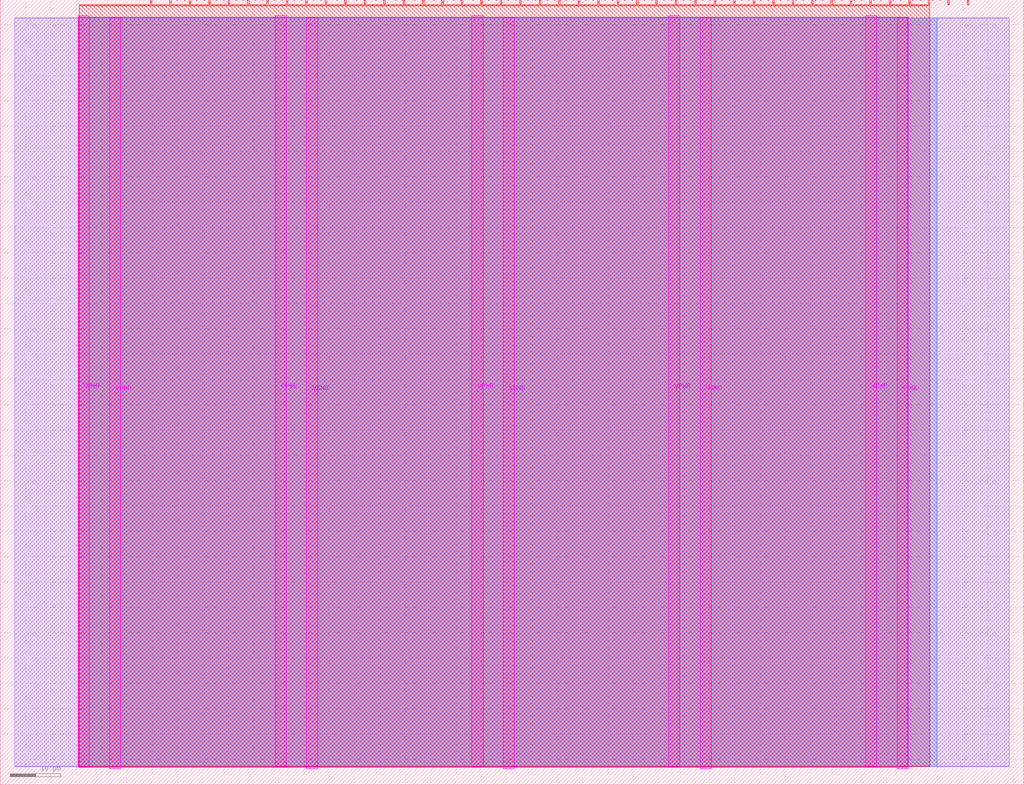
<source format=lef>
VERSION 5.7 ;
  NOWIREEXTENSIONATPIN ON ;
  DIVIDERCHAR "/" ;
  BUSBITCHARS "[]" ;
MACRO tt_um_wokwi_455291728585320449
  CLASS BLOCK ;
  FOREIGN tt_um_wokwi_455291728585320449 ;
  ORIGIN 0.000 0.000 ;
  SIZE 202.080 BY 154.980 ;
  PIN VGND
    DIRECTION INOUT ;
    USE GROUND ;
    PORT
      LAYER TopMetal1 ;
        RECT 21.580 3.150 23.780 151.420 ;
    END
    PORT
      LAYER TopMetal1 ;
        RECT 60.450 3.150 62.650 151.420 ;
    END
    PORT
      LAYER TopMetal1 ;
        RECT 99.320 3.150 101.520 151.420 ;
    END
    PORT
      LAYER TopMetal1 ;
        RECT 138.190 3.150 140.390 151.420 ;
    END
    PORT
      LAYER TopMetal1 ;
        RECT 177.060 3.150 179.260 151.420 ;
    END
  END VGND
  PIN VPWR
    DIRECTION INOUT ;
    USE POWER ;
    PORT
      LAYER TopMetal1 ;
        RECT 15.380 3.560 17.580 151.830 ;
    END
    PORT
      LAYER TopMetal1 ;
        RECT 54.250 3.560 56.450 151.830 ;
    END
    PORT
      LAYER TopMetal1 ;
        RECT 93.120 3.560 95.320 151.830 ;
    END
    PORT
      LAYER TopMetal1 ;
        RECT 131.990 3.560 134.190 151.830 ;
    END
    PORT
      LAYER TopMetal1 ;
        RECT 170.860 3.560 173.060 151.830 ;
    END
  END VPWR
  PIN clk
    DIRECTION INPUT ;
    USE SIGNAL ;
    PORT
      LAYER Metal4 ;
        RECT 187.050 153.980 187.350 154.980 ;
    END
  END clk
  PIN ena
    DIRECTION INPUT ;
    USE SIGNAL ;
    PORT
      LAYER Metal4 ;
        RECT 190.890 153.980 191.190 154.980 ;
    END
  END ena
  PIN rst_n
    DIRECTION INPUT ;
    USE SIGNAL ;
    ANTENNAGATEAREA 0.180700 ;
    PORT
      LAYER Metal4 ;
        RECT 183.210 153.980 183.510 154.980 ;
    END
  END rst_n
  PIN ui_in[0]
    DIRECTION INPUT ;
    USE SIGNAL ;
    PORT
      LAYER Metal4 ;
        RECT 179.370 153.980 179.670 154.980 ;
    END
  END ui_in[0]
  PIN ui_in[1]
    DIRECTION INPUT ;
    USE SIGNAL ;
    PORT
      LAYER Metal4 ;
        RECT 175.530 153.980 175.830 154.980 ;
    END
  END ui_in[1]
  PIN ui_in[2]
    DIRECTION INPUT ;
    USE SIGNAL ;
    PORT
      LAYER Metal4 ;
        RECT 171.690 153.980 171.990 154.980 ;
    END
  END ui_in[2]
  PIN ui_in[3]
    DIRECTION INPUT ;
    USE SIGNAL ;
    PORT
      LAYER Metal4 ;
        RECT 167.850 153.980 168.150 154.980 ;
    END
  END ui_in[3]
  PIN ui_in[4]
    DIRECTION INPUT ;
    USE SIGNAL ;
    PORT
      LAYER Metal4 ;
        RECT 164.010 153.980 164.310 154.980 ;
    END
  END ui_in[4]
  PIN ui_in[5]
    DIRECTION INPUT ;
    USE SIGNAL ;
    PORT
      LAYER Metal4 ;
        RECT 160.170 153.980 160.470 154.980 ;
    END
  END ui_in[5]
  PIN ui_in[6]
    DIRECTION INPUT ;
    USE SIGNAL ;
    PORT
      LAYER Metal4 ;
        RECT 156.330 153.980 156.630 154.980 ;
    END
  END ui_in[6]
  PIN ui_in[7]
    DIRECTION INPUT ;
    USE SIGNAL ;
    PORT
      LAYER Metal4 ;
        RECT 152.490 153.980 152.790 154.980 ;
    END
  END ui_in[7]
  PIN uio_in[0]
    DIRECTION INPUT ;
    USE SIGNAL ;
    PORT
      LAYER Metal4 ;
        RECT 148.650 153.980 148.950 154.980 ;
    END
  END uio_in[0]
  PIN uio_in[1]
    DIRECTION INPUT ;
    USE SIGNAL ;
    PORT
      LAYER Metal4 ;
        RECT 144.810 153.980 145.110 154.980 ;
    END
  END uio_in[1]
  PIN uio_in[2]
    DIRECTION INPUT ;
    USE SIGNAL ;
    PORT
      LAYER Metal4 ;
        RECT 140.970 153.980 141.270 154.980 ;
    END
  END uio_in[2]
  PIN uio_in[3]
    DIRECTION INPUT ;
    USE SIGNAL ;
    PORT
      LAYER Metal4 ;
        RECT 137.130 153.980 137.430 154.980 ;
    END
  END uio_in[3]
  PIN uio_in[4]
    DIRECTION INPUT ;
    USE SIGNAL ;
    PORT
      LAYER Metal4 ;
        RECT 133.290 153.980 133.590 154.980 ;
    END
  END uio_in[4]
  PIN uio_in[5]
    DIRECTION INPUT ;
    USE SIGNAL ;
    PORT
      LAYER Metal4 ;
        RECT 129.450 153.980 129.750 154.980 ;
    END
  END uio_in[5]
  PIN uio_in[6]
    DIRECTION INPUT ;
    USE SIGNAL ;
    PORT
      LAYER Metal4 ;
        RECT 125.610 153.980 125.910 154.980 ;
    END
  END uio_in[6]
  PIN uio_in[7]
    DIRECTION INPUT ;
    USE SIGNAL ;
    PORT
      LAYER Metal4 ;
        RECT 121.770 153.980 122.070 154.980 ;
    END
  END uio_in[7]
  PIN uio_oe[0]
    DIRECTION OUTPUT ;
    USE SIGNAL ;
    ANTENNADIFFAREA 0.299200 ;
    PORT
      LAYER Metal4 ;
        RECT 56.490 153.980 56.790 154.980 ;
    END
  END uio_oe[0]
  PIN uio_oe[1]
    DIRECTION OUTPUT ;
    USE SIGNAL ;
    ANTENNADIFFAREA 0.299200 ;
    PORT
      LAYER Metal4 ;
        RECT 52.650 153.980 52.950 154.980 ;
    END
  END uio_oe[1]
  PIN uio_oe[2]
    DIRECTION OUTPUT ;
    USE SIGNAL ;
    ANTENNADIFFAREA 0.299200 ;
    PORT
      LAYER Metal4 ;
        RECT 48.810 153.980 49.110 154.980 ;
    END
  END uio_oe[2]
  PIN uio_oe[3]
    DIRECTION OUTPUT ;
    USE SIGNAL ;
    ANTENNADIFFAREA 0.299200 ;
    PORT
      LAYER Metal4 ;
        RECT 44.970 153.980 45.270 154.980 ;
    END
  END uio_oe[3]
  PIN uio_oe[4]
    DIRECTION OUTPUT ;
    USE SIGNAL ;
    ANTENNADIFFAREA 0.299200 ;
    PORT
      LAYER Metal4 ;
        RECT 41.130 153.980 41.430 154.980 ;
    END
  END uio_oe[4]
  PIN uio_oe[5]
    DIRECTION OUTPUT ;
    USE SIGNAL ;
    ANTENNADIFFAREA 0.299200 ;
    PORT
      LAYER Metal4 ;
        RECT 37.290 153.980 37.590 154.980 ;
    END
  END uio_oe[5]
  PIN uio_oe[6]
    DIRECTION OUTPUT ;
    USE SIGNAL ;
    ANTENNADIFFAREA 0.299200 ;
    PORT
      LAYER Metal4 ;
        RECT 33.450 153.980 33.750 154.980 ;
    END
  END uio_oe[6]
  PIN uio_oe[7]
    DIRECTION OUTPUT ;
    USE SIGNAL ;
    ANTENNADIFFAREA 0.299200 ;
    PORT
      LAYER Metal4 ;
        RECT 29.610 153.980 29.910 154.980 ;
    END
  END uio_oe[7]
  PIN uio_out[0]
    DIRECTION OUTPUT ;
    USE SIGNAL ;
    ANTENNADIFFAREA 0.299200 ;
    PORT
      LAYER Metal4 ;
        RECT 87.210 153.980 87.510 154.980 ;
    END
  END uio_out[0]
  PIN uio_out[1]
    DIRECTION OUTPUT ;
    USE SIGNAL ;
    ANTENNADIFFAREA 0.299200 ;
    PORT
      LAYER Metal4 ;
        RECT 83.370 153.980 83.670 154.980 ;
    END
  END uio_out[1]
  PIN uio_out[2]
    DIRECTION OUTPUT ;
    USE SIGNAL ;
    ANTENNADIFFAREA 0.299200 ;
    PORT
      LAYER Metal4 ;
        RECT 79.530 153.980 79.830 154.980 ;
    END
  END uio_out[2]
  PIN uio_out[3]
    DIRECTION OUTPUT ;
    USE SIGNAL ;
    ANTENNADIFFAREA 0.299200 ;
    PORT
      LAYER Metal4 ;
        RECT 75.690 153.980 75.990 154.980 ;
    END
  END uio_out[3]
  PIN uio_out[4]
    DIRECTION OUTPUT ;
    USE SIGNAL ;
    ANTENNADIFFAREA 0.299200 ;
    PORT
      LAYER Metal4 ;
        RECT 71.850 153.980 72.150 154.980 ;
    END
  END uio_out[4]
  PIN uio_out[5]
    DIRECTION OUTPUT ;
    USE SIGNAL ;
    ANTENNADIFFAREA 0.299200 ;
    PORT
      LAYER Metal4 ;
        RECT 68.010 153.980 68.310 154.980 ;
    END
  END uio_out[5]
  PIN uio_out[6]
    DIRECTION OUTPUT ;
    USE SIGNAL ;
    ANTENNADIFFAREA 0.299200 ;
    PORT
      LAYER Metal4 ;
        RECT 64.170 153.980 64.470 154.980 ;
    END
  END uio_out[6]
  PIN uio_out[7]
    DIRECTION OUTPUT ;
    USE SIGNAL ;
    ANTENNADIFFAREA 0.299200 ;
    PORT
      LAYER Metal4 ;
        RECT 60.330 153.980 60.630 154.980 ;
    END
  END uio_out[7]
  PIN uo_out[0]
    DIRECTION OUTPUT ;
    USE SIGNAL ;
    ANTENNADIFFAREA 0.708600 ;
    PORT
      LAYER Metal4 ;
        RECT 117.930 153.980 118.230 154.980 ;
    END
  END uo_out[0]
  PIN uo_out[1]
    DIRECTION OUTPUT ;
    USE SIGNAL ;
    ANTENNADIFFAREA 0.708600 ;
    PORT
      LAYER Metal4 ;
        RECT 114.090 153.980 114.390 154.980 ;
    END
  END uo_out[1]
  PIN uo_out[2]
    DIRECTION OUTPUT ;
    USE SIGNAL ;
    ANTENNADIFFAREA 0.708600 ;
    PORT
      LAYER Metal4 ;
        RECT 110.250 153.980 110.550 154.980 ;
    END
  END uo_out[2]
  PIN uo_out[3]
    DIRECTION OUTPUT ;
    USE SIGNAL ;
    ANTENNADIFFAREA 0.708600 ;
    PORT
      LAYER Metal4 ;
        RECT 106.410 153.980 106.710 154.980 ;
    END
  END uo_out[3]
  PIN uo_out[4]
    DIRECTION OUTPUT ;
    USE SIGNAL ;
    ANTENNADIFFAREA 0.708600 ;
    PORT
      LAYER Metal4 ;
        RECT 102.570 153.980 102.870 154.980 ;
    END
  END uo_out[4]
  PIN uo_out[5]
    DIRECTION OUTPUT ;
    USE SIGNAL ;
    ANTENNADIFFAREA 0.708600 ;
    PORT
      LAYER Metal4 ;
        RECT 98.730 153.980 99.030 154.980 ;
    END
  END uo_out[5]
  PIN uo_out[6]
    DIRECTION OUTPUT ;
    USE SIGNAL ;
    ANTENNADIFFAREA 0.708600 ;
    PORT
      LAYER Metal4 ;
        RECT 94.890 153.980 95.190 154.980 ;
    END
  END uo_out[6]
  PIN uo_out[7]
    DIRECTION OUTPUT ;
    USE SIGNAL ;
    ANTENNADIFFAREA 0.708600 ;
    PORT
      LAYER Metal4 ;
        RECT 91.050 153.980 91.350 154.980 ;
    END
  END uo_out[7]
  OBS
      LAYER GatPoly ;
        RECT 2.880 3.630 199.200 151.350 ;
      LAYER Metal1 ;
        RECT 2.880 3.560 199.200 151.420 ;
      LAYER Metal2 ;
        RECT 15.560 3.635 184.905 151.345 ;
      LAYER Metal3 ;
        RECT 15.515 3.680 184.945 151.300 ;
      LAYER Metal4 ;
        RECT 15.560 153.770 29.400 153.980 ;
        RECT 30.120 153.770 33.240 153.980 ;
        RECT 33.960 153.770 37.080 153.980 ;
        RECT 37.800 153.770 40.920 153.980 ;
        RECT 41.640 153.770 44.760 153.980 ;
        RECT 45.480 153.770 48.600 153.980 ;
        RECT 49.320 153.770 52.440 153.980 ;
        RECT 53.160 153.770 56.280 153.980 ;
        RECT 57.000 153.770 60.120 153.980 ;
        RECT 60.840 153.770 63.960 153.980 ;
        RECT 64.680 153.770 67.800 153.980 ;
        RECT 68.520 153.770 71.640 153.980 ;
        RECT 72.360 153.770 75.480 153.980 ;
        RECT 76.200 153.770 79.320 153.980 ;
        RECT 80.040 153.770 83.160 153.980 ;
        RECT 83.880 153.770 87.000 153.980 ;
        RECT 87.720 153.770 90.840 153.980 ;
        RECT 91.560 153.770 94.680 153.980 ;
        RECT 95.400 153.770 98.520 153.980 ;
        RECT 99.240 153.770 102.360 153.980 ;
        RECT 103.080 153.770 106.200 153.980 ;
        RECT 106.920 153.770 110.040 153.980 ;
        RECT 110.760 153.770 113.880 153.980 ;
        RECT 114.600 153.770 117.720 153.980 ;
        RECT 118.440 153.770 121.560 153.980 ;
        RECT 122.280 153.770 125.400 153.980 ;
        RECT 126.120 153.770 129.240 153.980 ;
        RECT 129.960 153.770 133.080 153.980 ;
        RECT 133.800 153.770 136.920 153.980 ;
        RECT 137.640 153.770 140.760 153.980 ;
        RECT 141.480 153.770 144.600 153.980 ;
        RECT 145.320 153.770 148.440 153.980 ;
        RECT 149.160 153.770 152.280 153.980 ;
        RECT 153.000 153.770 156.120 153.980 ;
        RECT 156.840 153.770 159.960 153.980 ;
        RECT 160.680 153.770 163.800 153.980 ;
        RECT 164.520 153.770 167.640 153.980 ;
        RECT 168.360 153.770 171.480 153.980 ;
        RECT 172.200 153.770 175.320 153.980 ;
        RECT 176.040 153.770 179.160 153.980 ;
        RECT 179.880 153.770 183.000 153.980 ;
        RECT 15.560 3.635 183.460 153.770 ;
      LAYER Metal5 ;
        RECT 15.515 3.470 179.125 151.510 ;
  END
END tt_um_wokwi_455291728585320449
END LIBRARY


</source>
